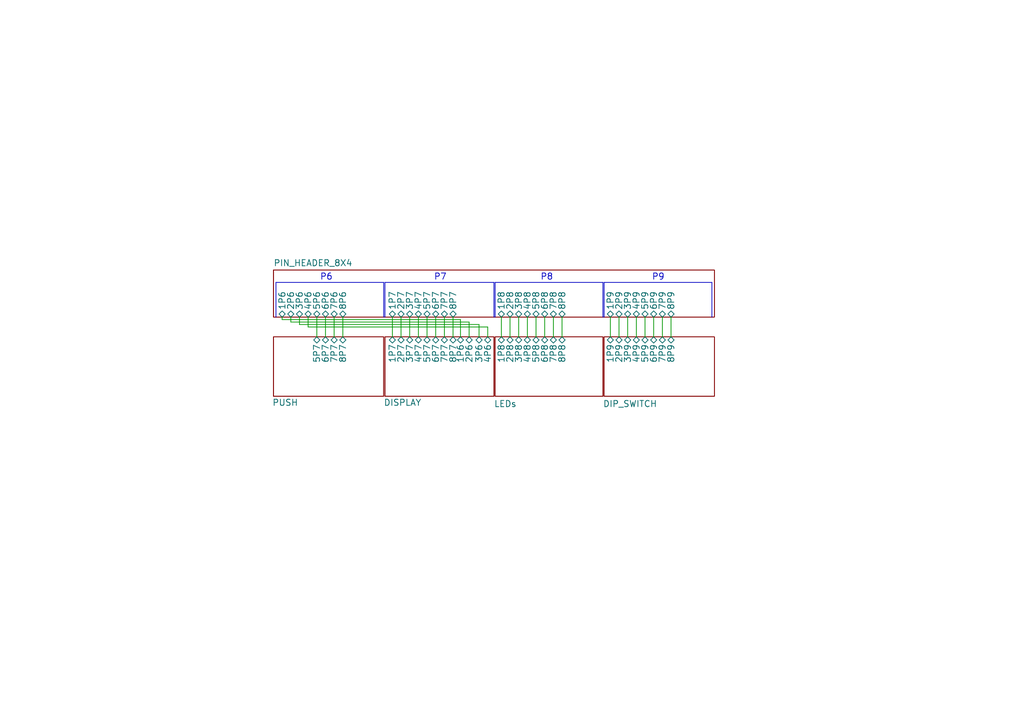
<source format=kicad_sch>
(kicad_sch (version 20230121) (generator eeschema)
  (paper "A5")
  (lib_symbols)
  (wire (pts (xy 113.4872 65.0748) (xy 113.4872 69.1388)))
  (polyline (pts (xy 101.5492 65.0748) (xy 101.5492 57.9628)))
  (wire (pts (xy 102.8192 65.0748) (xy 102.8192 69.1388)))
  (wire (pts (xy 109.9312 65.0748) (xy 109.9312 69.1388)))
  (wire (pts (xy 128.7272 65.0748) (xy 128.7272 69.1388)))
  (wire (pts (xy 104.5972 65.0748) (xy 104.5972 69.1388)))
  (wire (pts (xy 135.8392 65.0748) (xy 135.8392 69.1388)))
  (wire (pts (xy 100.0252 67.1068) (xy 63.1952 67.1068)))
  (wire (pts (xy 94.4372 65.5828) (xy 57.8612 65.5828)))
  (wire (pts (xy 84.0232 65.0748) (xy 84.0232 69.1388)))
  (wire (pts (xy 85.8012 65.0748) (xy 85.8012 69.1388)))
  (wire (pts (xy 126.9492 65.0748) (xy 126.9492 69.1388)))
  (wire (pts (xy 96.2152 66.0908) (xy 59.6392 66.0908)))
  (wire (pts (xy 98.2472 66.5988) (xy 98.2472 69.1388)))
  (wire (pts (xy 68.5292 65.0748) (xy 68.5292 69.1388)))
  (polyline (pts (xy 78.9432 65.0748) (xy 78.9432 57.9628)))
  (wire (pts (xy 130.5052 65.0748) (xy 130.5052 69.1388)))
  (polyline (pts (xy 78.9432 57.9628) (xy 101.2952 57.9628)))
  (wire (pts (xy 132.2832 65.0748) (xy 132.2832 69.1388)))
  (wire (pts (xy 94.4372 69.1388) (xy 94.4372 65.5828)))
  (wire (pts (xy 137.6172 65.0748) (xy 137.6172 69.1388)))
  (wire (pts (xy 96.2152 69.1388) (xy 96.2152 66.0908)))
  (wire (pts (xy 61.4172 66.5988) (xy 98.2472 66.5988)))
  (wire (pts (xy 66.7512 65.0748) (xy 66.7512 69.1388)))
  (wire (pts (xy 64.9732 65.0748) (xy 64.9732 69.1388)))
  (wire (pts (xy 57.8612 65.5828) (xy 57.8612 65.0748)))
  (wire (pts (xy 134.0612 65.0748) (xy 134.0612 69.1388)))
  (polyline (pts (xy 123.9012 57.9628) (xy 145.9992 57.9628)))
  (polyline (pts (xy 123.9012 65.0748) (xy 123.9012 57.9628)))
  (wire (pts (xy 108.1532 65.0748) (xy 108.1532 69.1388)))
  (wire (pts (xy 89.3572 65.0748) (xy 89.3572 69.1388)))
  (wire (pts (xy 92.9132 65.0748) (xy 92.9132 69.1388)))
  (wire (pts (xy 91.1352 65.0748) (xy 91.1352 69.1388)))
  (polyline (pts (xy 56.5912 65.0748) (xy 56.5912 57.9628)))
  (wire (pts (xy 100.0252 69.1388) (xy 100.0252 67.1068)))
  (wire (pts (xy 106.3752 65.0748) (xy 106.3752 69.1388)))
  (wire (pts (xy 80.4672 65.0748) (xy 80.4672 69.1388)))
  (wire (pts (xy 125.1712 65.0748) (xy 125.1712 69.1388)))
  (wire (pts (xy 61.4172 65.0748) (xy 61.4172 66.5988)))
  (wire (pts (xy 115.2652 65.0748) (xy 115.2652 69.1388)))
  (wire (pts (xy 82.2452 65.0748) (xy 82.2452 69.1388)))
  (polyline (pts (xy 56.5912 57.9628) (xy 78.6892 57.9628)))
  (polyline (pts (xy 145.9992 57.9628) (xy 145.9992 65.0748)))
  (wire (pts (xy 59.6392 66.0908) (xy 59.6392 65.0748)))
  (wire (pts (xy 63.1952 67.1068) (xy 63.1952 65.0748)))
  (polyline (pts (xy 78.6892 57.9628) (xy 78.6892 65.0748)))
  (wire (pts (xy 87.5792 65.0748) (xy 87.5792 69.1388)))
  (polyline (pts (xy 123.6472 57.9628) (xy 123.6472 65.0748)))
  (polyline (pts (xy 101.2952 57.9628) (xy 101.2952 65.0748)))
  (polyline (pts (xy 101.5492 57.9628) (xy 123.6472 57.9628)))
  (wire (pts (xy 111.7092 65.0748) (xy 111.7092 69.1388)))
  (wire (pts (xy 70.3072 65.0748) (xy 70.3072 69.1388)))
  (text "P8" (at 113.4872 57.7088 0) (effects (font (size 1.27 1.27)) (justify right bottom)))
  (text "P6" (at 68.2752 57.7088 0) (effects (font (size 1.27 1.27)) (justify right bottom)))
  (text "P7" (at 91.6432 57.7088 0) (effects (font (size 1.27 1.27)) (justify right bottom)))
  (text "P9" (at 136.3472 57.7088 0) (effects (font (size 1.27 1.27)) (justify right bottom)))
  (sheet (at 101.5492 69.1388) (size 22.098 12.192) (stroke (width 0.1524))
    (property "Sheetname" "LEDs" (at 101.2952 83.6168 0) (effects (justify left bottom)))
    (property "Sheetfile" "LEDs.kicad_sch" (effects hide))
    (pin "5P8" bidirectional (at 109.9312 69.1388 90))
    (pin "3P8" bidirectional (at 106.3752 69.1388 90))
    (pin "8P8" bidirectional (at 115.2652 69.1388 90))
    (pin "7P8" bidirectional (at 113.4872 69.1388 90))
    (pin "4P8" bidirectional (at 108.1532 69.1388 90))
    (pin "2P8" bidirectional (at 104.5972 69.1388 90))
    (pin "1P8" bidirectional (at 102.8192 69.1388 90))
    (pin "6P8" bidirectional (at 111.7092 69.1388 90))
  )
  (sheet (at 123.9012 69.1388) (size 22.606 12.192) (stroke (width 0.1524))
    (property "Sheetname" "DIP_SWITCH" (at 123.6472 83.6168 0) (effects (justify left bottom)))
    (property "Sheetfile" "DIP_SWICTH.kicad_sch" (effects hide))
    (pin "4P9" bidirectional (at 130.5052 69.1388 90))
    (pin "5P9" bidirectional (at 132.2832 69.1388 90))
    (pin "6P9" bidirectional (at 134.0612 69.1388 90))
    (pin "7P9" bidirectional (at 135.8392 69.1388 90))
    (pin "8P9" bidirectional (at 137.6172 69.1388 90))
    (pin "1P9" bidirectional (at 125.1712 69.1388 90))
    (pin "3P9" bidirectional (at 128.7272 69.1388 90))
    (pin "2P9" bidirectional (at 126.9492 69.1388 90))
  )
  (sheet (at 56.0832 69.1388) (size 22.606 12.192) (stroke (width 0.1524))
    (property "Sheetname" "PUSH" (at 55.8292 83.3628 0) (effects (justify left bottom)))
    (property "Sheetfile" "PUSH.kicad_sch" (effects hide))
    (pin "7P7" bidirectional (at 68.5292 69.1388 90))
    (pin "5P7" bidirectional (at 64.9732 69.1388 90))
    (pin "8P7" bidirectional (at 70.3072 69.1388 90))
    (pin "6P7" bidirectional (at 66.7512 69.1388 90))
  )
  (sheet (at 56.0832 55.4228) (size 90.424 9.652) (stroke (width 0.1524))
    (property "Sheetname" "PIN_HEADER_8X4" (at 56.0832 54.7112 0) (effects (justify left bottom)))
    (property "Sheetfile" "PIN_HEADER_8X4.kicad_sch" (effects hide))
    (pin "3P8" bidirectional (at 106.3752 65.0748 270))
    (pin "2P8" bidirectional (at 104.5972 65.0748 270))
    (pin "4P8" bidirectional (at 108.1532 65.0748 270))
    (pin "1P8" bidirectional (at 102.8192 65.0748 270))
    (pin "7P8" bidirectional (at 113.4872 65.0748 270))
    (pin "6P8" bidirectional (at 111.7092 65.0748 270))
    (pin "8P8" bidirectional (at 115.2652 65.0748 270))
    (pin "5P8" bidirectional (at 109.9312 65.0748 270))
    (pin "4P6" bidirectional (at 63.1952 65.0748 270))
    (pin "2P6" bidirectional (at 59.6392 65.0748 270))
    (pin "1P6" bidirectional (at 57.8612 65.0748 270))
    (pin "3P6" bidirectional (at 61.4172 65.0748 270))
    (pin "5P6" bidirectional (at 64.9732 65.0748 270))
    (pin "6P6" bidirectional (at 66.7512 65.0748 270))
    (pin "7P6" bidirectional (at 68.5292 65.0748 270))
    (pin "8P6" bidirectional (at 70.3072 65.0748 270))
    (pin "8P7" bidirectional (at 92.9132 65.0748 270))
    (pin "7P7" bidirectional (at 91.1352 65.0748 270))
    (pin "6P7" bidirectional (at 89.3572 65.0748 270))
    (pin "4P7" bidirectional (at 85.8012 65.0748 270))
    (pin "5P7" bidirectional (at 87.5792 65.0748 270))
    (pin "3P7" bidirectional (at 84.0232 65.0748 270))
    (pin "2P7" bidirectional (at 82.2452 65.0748 270))
    (pin "1P7" bidirectional (at 80.4672 65.0748 270))
    (pin "3P9" bidirectional (at 128.7272 65.0748 270))
    (pin "6P9" bidirectional (at 134.0612 65.0748 270))
    (pin "5P9" bidirectional (at 132.2832 65.0748 270))
    (pin "2P9" bidirectional (at 126.9492 65.0748 270))
    (pin "4P9" bidirectional (at 130.5052 65.0748 270))
    (pin "1P9" bidirectional (at 125.1712 65.0748 270))
    (pin "7P9" bidirectional (at 135.8392 65.0748 270))
    (pin "8P9" bidirectional (at 137.6172 65.0748 270))
  )
  (sheet (at 78.9432 69.1388) (size 22.352 12.192) (stroke (width 0.1524))
    (property "Sheetname" "DISPLAY" (at 78.6892 83.3628 0) (effects (justify left bottom)))
    (property "Sheetfile" "DISPLAY.kicad_sch" (effects hide))
    (pin "4P6" bidirectional (at 100.0252 69.1388 90))
    (pin "2P6" bidirectional (at 96.2152 69.1388 90))
    (pin "3P6" bidirectional (at 98.2472 69.1388 90))
    (pin "1P6" bidirectional (at 94.4372 69.1388 90))
    (pin "1P7" bidirectional (at 80.4672 69.1388 90))
    (pin "4P7" bidirectional (at 85.8012 69.1388 90))
    (pin "5P7" bidirectional (at 87.5792 69.1388 90))
    (pin "3P7" bidirectional (at 84.0232 69.1388 90))
    (pin "2P7" bidirectional (at 82.2452 69.1388 90))
    (pin "8P7" bidirectional (at 92.9132 69.1388 90))
    (pin "7P7" bidirectional (at 91.1352 69.1388 90))
    (pin "6P7" bidirectional (at 89.3572 69.1388 90))
  )
)
</source>
